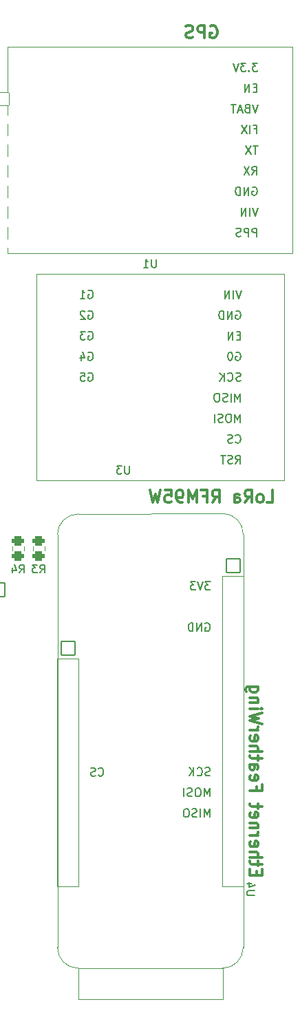
<source format=gbo>
G04 #@! TF.GenerationSoftware,KiCad,Pcbnew,(6.0.5)*
G04 #@! TF.CreationDate,2022-09-09T11:42:05-04:00*
G04 #@! TF.ProjectId,Buoy_WithoutGSM,42756f79-5f57-4697-9468-6f757447534d,Leonardo Ward*
G04 #@! TF.SameCoordinates,Original*
G04 #@! TF.FileFunction,Legend,Bot*
G04 #@! TF.FilePolarity,Positive*
%FSLAX46Y46*%
G04 Gerber Fmt 4.6, Leading zero omitted, Abs format (unit mm)*
G04 Created by KiCad (PCBNEW (6.0.5)) date 2022-09-09 11:42:05*
%MOMM*%
%LPD*%
G01*
G04 APERTURE LIST*
G04 Aperture macros list*
%AMRoundRect*
0 Rectangle with rounded corners*
0 $1 Rounding radius*
0 $2 $3 $4 $5 $6 $7 $8 $9 X,Y pos of 4 corners*
0 Add a 4 corners polygon primitive as box body*
4,1,4,$2,$3,$4,$5,$6,$7,$8,$9,$2,$3,0*
0 Add four circle primitives for the rounded corners*
1,1,$1+$1,$2,$3*
1,1,$1+$1,$4,$5*
1,1,$1+$1,$6,$7*
1,1,$1+$1,$8,$9*
0 Add four rect primitives between the rounded corners*
20,1,$1+$1,$2,$3,$4,$5,0*
20,1,$1+$1,$4,$5,$6,$7,0*
20,1,$1+$1,$6,$7,$8,$9,0*
20,1,$1+$1,$8,$9,$2,$3,0*%
G04 Aperture macros list end*
%ADD10C,0.300000*%
%ADD11C,0.150000*%
%ADD12C,0.120000*%
%ADD13C,1.624000*%
%ADD14C,2.640000*%
%ADD15RoundRect,0.050000X-0.780000X-0.780000X0.780000X-0.780000X0.780000X0.780000X-0.780000X0.780000X0*%
%ADD16C,1.660000*%
%ADD17RoundRect,0.050000X0.850000X0.850000X-0.850000X0.850000X-0.850000X-0.850000X0.850000X-0.850000X0*%
%ADD18O,1.800000X1.800000*%
%ADD19C,3.300000*%
%ADD20RoundRect,0.050000X-1.500000X1.500000X-1.500000X-1.500000X1.500000X-1.500000X1.500000X1.500000X0*%
%ADD21C,3.100000*%
%ADD22RoundRect,0.050000X1.100000X-1.100000X1.100000X1.100000X-1.100000X1.100000X-1.100000X-1.100000X0*%
%ADD23O,2.300000X2.300000*%
%ADD24RoundRect,0.050000X-0.850000X-0.850000X0.850000X-0.850000X0.850000X0.850000X-0.850000X0.850000X0*%
%ADD25RoundRect,0.300000X0.450000X-0.262500X0.450000X0.262500X-0.450000X0.262500X-0.450000X-0.262500X0*%
%ADD26C,2.800000*%
G04 APERTURE END LIST*
D10*
X159546427Y-38626999D02*
X159689284Y-38555570D01*
X159903570Y-38555570D01*
X160117856Y-38626999D01*
X160260713Y-38769856D01*
X160332141Y-38912713D01*
X160403570Y-39198427D01*
X160403570Y-39412713D01*
X160332141Y-39698427D01*
X160260713Y-39841284D01*
X160117856Y-39984141D01*
X159903570Y-40055570D01*
X159760713Y-40055570D01*
X159546427Y-39984141D01*
X159474999Y-39912713D01*
X159474999Y-39412713D01*
X159760713Y-39412713D01*
X158832141Y-40055570D02*
X158832141Y-38555570D01*
X158260713Y-38555570D01*
X158117856Y-38626999D01*
X158046427Y-38698427D01*
X157974999Y-38841284D01*
X157974999Y-39055570D01*
X158046427Y-39198427D01*
X158117856Y-39269856D01*
X158260713Y-39341284D01*
X158832141Y-39341284D01*
X157403570Y-39984141D02*
X157189284Y-40055570D01*
X156832141Y-40055570D01*
X156689284Y-39984141D01*
X156617856Y-39912713D01*
X156546427Y-39769856D01*
X156546427Y-39626999D01*
X156617856Y-39484141D01*
X156689284Y-39412713D01*
X156832141Y-39341284D01*
X157117856Y-39269856D01*
X157260713Y-39198427D01*
X157332141Y-39126999D01*
X157403570Y-38984141D01*
X157403570Y-38841284D01*
X157332141Y-38698427D01*
X157260713Y-38626999D01*
X157117856Y-38555570D01*
X156760713Y-38555570D01*
X156546427Y-38626999D01*
X166494999Y-97205570D02*
X167209284Y-97205570D01*
X167209284Y-95705570D01*
X165780713Y-97205570D02*
X165923570Y-97134141D01*
X165994999Y-97062713D01*
X166066427Y-96919856D01*
X166066427Y-96491284D01*
X165994999Y-96348427D01*
X165923570Y-96276999D01*
X165780713Y-96205570D01*
X165566427Y-96205570D01*
X165423570Y-96276999D01*
X165352141Y-96348427D01*
X165280713Y-96491284D01*
X165280713Y-96919856D01*
X165352141Y-97062713D01*
X165423570Y-97134141D01*
X165566427Y-97205570D01*
X165780713Y-97205570D01*
X163780713Y-97205570D02*
X164280713Y-96491284D01*
X164637856Y-97205570D02*
X164637856Y-95705570D01*
X164066427Y-95705570D01*
X163923570Y-95776999D01*
X163852141Y-95848427D01*
X163780713Y-95991284D01*
X163780713Y-96205570D01*
X163852141Y-96348427D01*
X163923570Y-96419856D01*
X164066427Y-96491284D01*
X164637856Y-96491284D01*
X162494999Y-97205570D02*
X162494999Y-96419856D01*
X162566427Y-96276999D01*
X162709284Y-96205570D01*
X162994999Y-96205570D01*
X163137856Y-96276999D01*
X162494999Y-97134141D02*
X162637856Y-97205570D01*
X162994999Y-97205570D01*
X163137856Y-97134141D01*
X163209284Y-96991284D01*
X163209284Y-96848427D01*
X163137856Y-96705570D01*
X162994999Y-96634141D01*
X162637856Y-96634141D01*
X162494999Y-96562713D01*
X159780713Y-97205570D02*
X160280713Y-96491284D01*
X160637856Y-97205570D02*
X160637856Y-95705570D01*
X160066427Y-95705570D01*
X159923570Y-95776999D01*
X159852141Y-95848427D01*
X159780713Y-95991284D01*
X159780713Y-96205570D01*
X159852141Y-96348427D01*
X159923570Y-96419856D01*
X160066427Y-96491284D01*
X160637856Y-96491284D01*
X158637856Y-96419856D02*
X159137856Y-96419856D01*
X159137856Y-97205570D02*
X159137856Y-95705570D01*
X158423570Y-95705570D01*
X157852141Y-97205570D02*
X157852141Y-95705570D01*
X157352141Y-96776999D01*
X156852141Y-95705570D01*
X156852141Y-97205570D01*
X156066427Y-97205570D02*
X155780713Y-97205570D01*
X155637856Y-97134141D01*
X155566427Y-97062713D01*
X155423570Y-96848427D01*
X155352141Y-96562713D01*
X155352141Y-95991284D01*
X155423570Y-95848427D01*
X155494999Y-95776999D01*
X155637856Y-95705570D01*
X155923570Y-95705570D01*
X156066427Y-95776999D01*
X156137856Y-95848427D01*
X156209284Y-95991284D01*
X156209284Y-96348427D01*
X156137856Y-96491284D01*
X156066427Y-96562713D01*
X155923570Y-96634141D01*
X155637856Y-96634141D01*
X155494999Y-96562713D01*
X155423570Y-96491284D01*
X155352141Y-96348427D01*
X153994999Y-95705570D02*
X154709284Y-95705570D01*
X154780713Y-96419856D01*
X154709284Y-96348427D01*
X154566427Y-96276999D01*
X154209284Y-96276999D01*
X154066427Y-96348427D01*
X153994999Y-96419856D01*
X153923570Y-96562713D01*
X153923570Y-96919856D01*
X153994999Y-97062713D01*
X154066427Y-97134141D01*
X154209284Y-97205570D01*
X154566427Y-97205570D01*
X154709284Y-97134141D01*
X154780713Y-97062713D01*
X153423570Y-95705570D02*
X153066427Y-97205570D01*
X152780713Y-96134141D01*
X152494999Y-97205570D01*
X152137856Y-95705570D01*
X165207142Y-143052142D02*
X165207142Y-142552142D01*
X164421428Y-142337857D02*
X164421428Y-143052142D01*
X165921428Y-143052142D01*
X165921428Y-142337857D01*
X165421428Y-141909285D02*
X165421428Y-141337857D01*
X165921428Y-141695000D02*
X164635714Y-141695000D01*
X164492857Y-141623571D01*
X164421428Y-141480714D01*
X164421428Y-141337857D01*
X164421428Y-140837857D02*
X165921428Y-140837857D01*
X164421428Y-140195000D02*
X165207142Y-140195000D01*
X165350000Y-140266428D01*
X165421428Y-140409285D01*
X165421428Y-140623571D01*
X165350000Y-140766428D01*
X165278571Y-140837857D01*
X164492857Y-138909285D02*
X164421428Y-139052142D01*
X164421428Y-139337857D01*
X164492857Y-139480714D01*
X164635714Y-139552142D01*
X165207142Y-139552142D01*
X165350000Y-139480714D01*
X165421428Y-139337857D01*
X165421428Y-139052142D01*
X165350000Y-138909285D01*
X165207142Y-138837857D01*
X165064285Y-138837857D01*
X164921428Y-139552142D01*
X164421428Y-138195000D02*
X165421428Y-138195000D01*
X165135714Y-138195000D02*
X165278571Y-138123571D01*
X165350000Y-138052142D01*
X165421428Y-137909285D01*
X165421428Y-137766428D01*
X165421428Y-137266428D02*
X164421428Y-137266428D01*
X165278571Y-137266428D02*
X165350000Y-137195000D01*
X165421428Y-137052142D01*
X165421428Y-136837857D01*
X165350000Y-136695000D01*
X165207142Y-136623571D01*
X164421428Y-136623571D01*
X164492857Y-135337857D02*
X164421428Y-135480714D01*
X164421428Y-135766428D01*
X164492857Y-135909285D01*
X164635714Y-135980714D01*
X165207142Y-135980714D01*
X165350000Y-135909285D01*
X165421428Y-135766428D01*
X165421428Y-135480714D01*
X165350000Y-135337857D01*
X165207142Y-135266428D01*
X165064285Y-135266428D01*
X164921428Y-135980714D01*
X165421428Y-134837857D02*
X165421428Y-134266428D01*
X165921428Y-134623571D02*
X164635714Y-134623571D01*
X164492857Y-134552142D01*
X164421428Y-134409285D01*
X164421428Y-134266428D01*
X165207142Y-132123571D02*
X165207142Y-132623571D01*
X164421428Y-132623571D02*
X165921428Y-132623571D01*
X165921428Y-131909285D01*
X164492857Y-130766428D02*
X164421428Y-130909285D01*
X164421428Y-131195000D01*
X164492857Y-131337857D01*
X164635714Y-131409285D01*
X165207142Y-131409285D01*
X165350000Y-131337857D01*
X165421428Y-131195000D01*
X165421428Y-130909285D01*
X165350000Y-130766428D01*
X165207142Y-130695000D01*
X165064285Y-130695000D01*
X164921428Y-131409285D01*
X164421428Y-129409285D02*
X165207142Y-129409285D01*
X165350000Y-129480714D01*
X165421428Y-129623571D01*
X165421428Y-129909285D01*
X165350000Y-130052142D01*
X164492857Y-129409285D02*
X164421428Y-129552142D01*
X164421428Y-129909285D01*
X164492857Y-130052142D01*
X164635714Y-130123571D01*
X164778571Y-130123571D01*
X164921428Y-130052142D01*
X164992857Y-129909285D01*
X164992857Y-129552142D01*
X165064285Y-129409285D01*
X165421428Y-128909285D02*
X165421428Y-128337857D01*
X165921428Y-128695000D02*
X164635714Y-128695000D01*
X164492857Y-128623571D01*
X164421428Y-128480714D01*
X164421428Y-128337857D01*
X164421428Y-127837857D02*
X165921428Y-127837857D01*
X164421428Y-127195000D02*
X165207142Y-127195000D01*
X165350000Y-127266428D01*
X165421428Y-127409285D01*
X165421428Y-127623571D01*
X165350000Y-127766428D01*
X165278571Y-127837857D01*
X164492857Y-125909285D02*
X164421428Y-126052142D01*
X164421428Y-126337857D01*
X164492857Y-126480714D01*
X164635714Y-126552142D01*
X165207142Y-126552142D01*
X165350000Y-126480714D01*
X165421428Y-126337857D01*
X165421428Y-126052142D01*
X165350000Y-125909285D01*
X165207142Y-125837857D01*
X165064285Y-125837857D01*
X164921428Y-126552142D01*
X164421428Y-125195000D02*
X165421428Y-125195000D01*
X165135714Y-125195000D02*
X165278571Y-125123571D01*
X165350000Y-125052142D01*
X165421428Y-124909285D01*
X165421428Y-124766428D01*
X165921428Y-124409285D02*
X164421428Y-124052142D01*
X165492857Y-123766428D01*
X164421428Y-123480714D01*
X165921428Y-123123571D01*
X164421428Y-122552142D02*
X165421428Y-122552142D01*
X165921428Y-122552142D02*
X165850000Y-122623571D01*
X165778571Y-122552142D01*
X165850000Y-122480714D01*
X165921428Y-122552142D01*
X165778571Y-122552142D01*
X165421428Y-121837857D02*
X164421428Y-121837857D01*
X165278571Y-121837857D02*
X165350000Y-121766428D01*
X165421428Y-121623571D01*
X165421428Y-121409285D01*
X165350000Y-121266428D01*
X165207142Y-121195000D01*
X164421428Y-121195000D01*
X165421428Y-119837857D02*
X164207142Y-119837857D01*
X164064285Y-119909285D01*
X163992857Y-119980714D01*
X163921428Y-120123571D01*
X163921428Y-120337857D01*
X163992857Y-120480714D01*
X164492857Y-119837857D02*
X164421428Y-119980714D01*
X164421428Y-120266428D01*
X164492857Y-120409285D01*
X164564285Y-120480714D01*
X164707142Y-120552142D01*
X165135714Y-120552142D01*
X165278571Y-120480714D01*
X165350000Y-120409285D01*
X165421428Y-120266428D01*
X165421428Y-119980714D01*
X165350000Y-119837857D01*
D11*
X152886903Y-67277379D02*
X152886903Y-68086903D01*
X152839284Y-68182141D01*
X152791665Y-68229760D01*
X152696427Y-68277379D01*
X152505951Y-68277379D01*
X152410713Y-68229760D01*
X152363094Y-68182141D01*
X152315475Y-68086903D01*
X152315475Y-67277379D01*
X151315475Y-68277379D02*
X151886903Y-68277379D01*
X151601189Y-68277379D02*
X151601189Y-67277379D01*
X151696427Y-67420237D01*
X151791665Y-67515475D01*
X151886903Y-67563094D01*
X165251403Y-64467379D02*
X165251403Y-63467379D01*
X164870451Y-63467379D01*
X164775213Y-63514999D01*
X164727594Y-63562618D01*
X164679975Y-63657856D01*
X164679975Y-63800713D01*
X164727594Y-63895951D01*
X164775213Y-63943570D01*
X164870451Y-63991189D01*
X165251403Y-63991189D01*
X164251403Y-64467379D02*
X164251403Y-63467379D01*
X163870451Y-63467379D01*
X163775213Y-63514999D01*
X163727594Y-63562618D01*
X163679975Y-63657856D01*
X163679975Y-63800713D01*
X163727594Y-63895951D01*
X163775213Y-63943570D01*
X163870451Y-63991189D01*
X164251403Y-63991189D01*
X163299022Y-64419760D02*
X163156165Y-64467379D01*
X162918070Y-64467379D01*
X162822832Y-64419760D01*
X162775213Y-64372141D01*
X162727594Y-64276903D01*
X162727594Y-64181665D01*
X162775213Y-64086427D01*
X162822832Y-64038808D01*
X162918070Y-63991189D01*
X163108546Y-63943570D01*
X163203784Y-63895951D01*
X163251403Y-63848332D01*
X163299022Y-63753094D01*
X163299022Y-63657856D01*
X163251403Y-63562618D01*
X163203784Y-63514999D01*
X163108546Y-63467379D01*
X162870451Y-63467379D01*
X162727594Y-63514999D01*
X165394260Y-60927379D02*
X165060927Y-61927379D01*
X164727594Y-60927379D01*
X164394260Y-61927379D02*
X164394260Y-60927379D01*
X163918070Y-61927379D02*
X163918070Y-60927379D01*
X163346641Y-61927379D01*
X163346641Y-60927379D01*
X165394260Y-53307379D02*
X164822832Y-53307379D01*
X165108546Y-54307379D02*
X165108546Y-53307379D01*
X164584737Y-53307379D02*
X163918070Y-54307379D01*
X163918070Y-53307379D02*
X164584737Y-54307379D01*
X165251403Y-46163570D02*
X164918070Y-46163570D01*
X164775213Y-46687379D02*
X165251403Y-46687379D01*
X165251403Y-45687379D01*
X164775213Y-45687379D01*
X164346641Y-46687379D02*
X164346641Y-45687379D01*
X163775213Y-46687379D01*
X163775213Y-45687379D01*
X164679975Y-56847379D02*
X165013308Y-56371189D01*
X165251403Y-56847379D02*
X165251403Y-55847379D01*
X164870451Y-55847379D01*
X164775213Y-55894999D01*
X164727594Y-55942618D01*
X164679975Y-56037856D01*
X164679975Y-56180713D01*
X164727594Y-56275951D01*
X164775213Y-56323570D01*
X164870451Y-56371189D01*
X165251403Y-56371189D01*
X164346641Y-55847379D02*
X163679975Y-56847379D01*
X163679975Y-55847379D02*
X164346641Y-56847379D01*
X164918070Y-51243570D02*
X165251403Y-51243570D01*
X165251403Y-51767379D02*
X165251403Y-50767379D01*
X164775213Y-50767379D01*
X164394260Y-51767379D02*
X164394260Y-50767379D01*
X164013308Y-50767379D02*
X163346641Y-51767379D01*
X163346641Y-50767379D02*
X164013308Y-51767379D01*
X165394260Y-48227379D02*
X165060927Y-49227379D01*
X164727594Y-48227379D01*
X164060927Y-48703570D02*
X163918070Y-48751189D01*
X163870451Y-48798808D01*
X163822832Y-48894046D01*
X163822832Y-49036903D01*
X163870451Y-49132141D01*
X163918070Y-49179760D01*
X164013308Y-49227379D01*
X164394260Y-49227379D01*
X164394260Y-48227379D01*
X164060927Y-48227379D01*
X163965689Y-48274999D01*
X163918070Y-48322618D01*
X163870451Y-48417856D01*
X163870451Y-48513094D01*
X163918070Y-48608332D01*
X163965689Y-48655951D01*
X164060927Y-48703570D01*
X164394260Y-48703570D01*
X163441879Y-48941665D02*
X162965689Y-48941665D01*
X163537118Y-49227379D02*
X163203784Y-48227379D01*
X162870451Y-49227379D01*
X162679975Y-48227379D02*
X162108546Y-48227379D01*
X162394260Y-49227379D02*
X162394260Y-48227379D01*
X165346641Y-43147379D02*
X164727594Y-43147379D01*
X165060927Y-43528332D01*
X164918070Y-43528332D01*
X164822832Y-43575951D01*
X164775213Y-43623570D01*
X164727594Y-43718808D01*
X164727594Y-43956903D01*
X164775213Y-44052141D01*
X164822832Y-44099760D01*
X164918070Y-44147379D01*
X165203784Y-44147379D01*
X165299022Y-44099760D01*
X165346641Y-44052141D01*
X164299022Y-44052141D02*
X164251403Y-44099760D01*
X164299022Y-44147379D01*
X164346641Y-44099760D01*
X164299022Y-44052141D01*
X164299022Y-44147379D01*
X163918070Y-43147379D02*
X163299022Y-43147379D01*
X163632356Y-43528332D01*
X163489499Y-43528332D01*
X163394260Y-43575951D01*
X163346641Y-43623570D01*
X163299022Y-43718808D01*
X163299022Y-43956903D01*
X163346641Y-44052141D01*
X163394260Y-44099760D01*
X163489499Y-44147379D01*
X163775213Y-44147379D01*
X163870451Y-44099760D01*
X163918070Y-44052141D01*
X163013308Y-43147379D02*
X162679975Y-44147379D01*
X162346641Y-43147379D01*
X164727594Y-58434999D02*
X164822832Y-58387379D01*
X164965689Y-58387379D01*
X165108546Y-58434999D01*
X165203784Y-58530237D01*
X165251403Y-58625475D01*
X165299022Y-58815951D01*
X165299022Y-58958808D01*
X165251403Y-59149284D01*
X165203784Y-59244522D01*
X165108546Y-59339760D01*
X164965689Y-59387379D01*
X164870451Y-59387379D01*
X164727594Y-59339760D01*
X164679975Y-59292141D01*
X164679975Y-58958808D01*
X164870451Y-58958808D01*
X164251403Y-59387379D02*
X164251403Y-58387379D01*
X163679975Y-59387379D01*
X163679975Y-58387379D01*
X163203784Y-59387379D02*
X163203784Y-58387379D01*
X162965689Y-58387379D01*
X162822832Y-58434999D01*
X162727594Y-58530237D01*
X162679975Y-58625475D01*
X162632356Y-58815951D01*
X162632356Y-58958808D01*
X162679975Y-59149284D01*
X162727594Y-59244522D01*
X162822832Y-59339760D01*
X162965689Y-59387379D01*
X163203784Y-59387379D01*
X149584903Y-92677379D02*
X149584903Y-93486903D01*
X149537284Y-93582141D01*
X149489665Y-93629760D01*
X149394427Y-93677379D01*
X149203951Y-93677379D01*
X149108713Y-93629760D01*
X149061094Y-93582141D01*
X149013475Y-93486903D01*
X149013475Y-92677379D01*
X148632522Y-92677379D02*
X148013475Y-92677379D01*
X148346808Y-93058332D01*
X148203951Y-93058332D01*
X148108713Y-93105951D01*
X148061094Y-93153570D01*
X148013475Y-93248808D01*
X148013475Y-93486903D01*
X148061094Y-93582141D01*
X148108713Y-93629760D01*
X148203951Y-93677379D01*
X148489665Y-93677379D01*
X148584903Y-93629760D01*
X148632522Y-93582141D01*
X163267022Y-82199760D02*
X163124165Y-82247379D01*
X162886070Y-82247379D01*
X162790832Y-82199760D01*
X162743213Y-82152141D01*
X162695594Y-82056903D01*
X162695594Y-81961665D01*
X162743213Y-81866427D01*
X162790832Y-81818808D01*
X162886070Y-81771189D01*
X163076546Y-81723570D01*
X163171784Y-81675951D01*
X163219403Y-81628332D01*
X163267022Y-81533094D01*
X163267022Y-81437856D01*
X163219403Y-81342618D01*
X163171784Y-81294999D01*
X163076546Y-81247379D01*
X162838451Y-81247379D01*
X162695594Y-81294999D01*
X161695594Y-82152141D02*
X161743213Y-82199760D01*
X161886070Y-82247379D01*
X161981308Y-82247379D01*
X162124165Y-82199760D01*
X162219403Y-82104522D01*
X162267022Y-82009284D01*
X162314641Y-81818808D01*
X162314641Y-81675951D01*
X162267022Y-81485475D01*
X162219403Y-81390237D01*
X162124165Y-81294999D01*
X161981308Y-81247379D01*
X161886070Y-81247379D01*
X161743213Y-81294999D01*
X161695594Y-81342618D01*
X161267022Y-82247379D02*
X161267022Y-81247379D01*
X160695594Y-82247379D02*
X161124165Y-81675951D01*
X160695594Y-81247379D02*
X161267022Y-81818808D01*
X162647975Y-89772141D02*
X162695594Y-89819760D01*
X162838451Y-89867379D01*
X162933689Y-89867379D01*
X163076546Y-89819760D01*
X163171784Y-89724522D01*
X163219403Y-89629284D01*
X163267022Y-89438808D01*
X163267022Y-89295951D01*
X163219403Y-89105475D01*
X163171784Y-89010237D01*
X163076546Y-88914999D01*
X162933689Y-88867379D01*
X162838451Y-88867379D01*
X162695594Y-88914999D01*
X162647975Y-88962618D01*
X162267022Y-89819760D02*
X162124165Y-89867379D01*
X161886070Y-89867379D01*
X161790832Y-89819760D01*
X161743213Y-89772141D01*
X161695594Y-89676903D01*
X161695594Y-89581665D01*
X161743213Y-89486427D01*
X161790832Y-89438808D01*
X161886070Y-89391189D01*
X162076546Y-89343570D01*
X162171784Y-89295951D01*
X162219403Y-89248332D01*
X162267022Y-89153094D01*
X162267022Y-89057856D01*
X162219403Y-88962618D01*
X162171784Y-88914999D01*
X162076546Y-88867379D01*
X161838451Y-88867379D01*
X161695594Y-88914999D01*
X162695594Y-73674999D02*
X162790832Y-73627379D01*
X162933689Y-73627379D01*
X163076546Y-73674999D01*
X163171784Y-73770237D01*
X163219403Y-73865475D01*
X163267022Y-74055951D01*
X163267022Y-74198808D01*
X163219403Y-74389284D01*
X163171784Y-74484522D01*
X163076546Y-74579760D01*
X162933689Y-74627379D01*
X162838451Y-74627379D01*
X162695594Y-74579760D01*
X162647975Y-74532141D01*
X162647975Y-74198808D01*
X162838451Y-74198808D01*
X162219403Y-74627379D02*
X162219403Y-73627379D01*
X161647975Y-74627379D01*
X161647975Y-73627379D01*
X161171784Y-74627379D02*
X161171784Y-73627379D01*
X160933689Y-73627379D01*
X160790832Y-73674999D01*
X160695594Y-73770237D01*
X160647975Y-73865475D01*
X160600356Y-74055951D01*
X160600356Y-74198808D01*
X160647975Y-74389284D01*
X160695594Y-74484522D01*
X160790832Y-74579760D01*
X160933689Y-74627379D01*
X161171784Y-74627379D01*
X144522975Y-76214999D02*
X144618213Y-76167379D01*
X144761070Y-76167379D01*
X144903927Y-76214999D01*
X144999165Y-76310237D01*
X145046784Y-76405475D01*
X145094403Y-76595951D01*
X145094403Y-76738808D01*
X145046784Y-76929284D01*
X144999165Y-77024522D01*
X144903927Y-77119760D01*
X144761070Y-77167379D01*
X144665832Y-77167379D01*
X144522975Y-77119760D01*
X144475356Y-77072141D01*
X144475356Y-76738808D01*
X144665832Y-76738808D01*
X144142022Y-76167379D02*
X143522975Y-76167379D01*
X143856308Y-76548332D01*
X143713451Y-76548332D01*
X143618213Y-76595951D01*
X143570594Y-76643570D01*
X143522975Y-76738808D01*
X143522975Y-76976903D01*
X143570594Y-77072141D01*
X143618213Y-77119760D01*
X143713451Y-77167379D01*
X143999165Y-77167379D01*
X144094403Y-77119760D01*
X144142022Y-77072141D01*
X144522975Y-81294999D02*
X144618213Y-81247379D01*
X144761070Y-81247379D01*
X144903927Y-81294999D01*
X144999165Y-81390237D01*
X145046784Y-81485475D01*
X145094403Y-81675951D01*
X145094403Y-81818808D01*
X145046784Y-82009284D01*
X144999165Y-82104522D01*
X144903927Y-82199760D01*
X144761070Y-82247379D01*
X144665832Y-82247379D01*
X144522975Y-82199760D01*
X144475356Y-82152141D01*
X144475356Y-81818808D01*
X144665832Y-81818808D01*
X143570594Y-81247379D02*
X144046784Y-81247379D01*
X144094403Y-81723570D01*
X144046784Y-81675951D01*
X143951546Y-81628332D01*
X143713451Y-81628332D01*
X143618213Y-81675951D01*
X143570594Y-81723570D01*
X143522975Y-81818808D01*
X143522975Y-82056903D01*
X143570594Y-82152141D01*
X143618213Y-82199760D01*
X143713451Y-82247379D01*
X143951546Y-82247379D01*
X144046784Y-82199760D01*
X144094403Y-82152141D01*
X144522975Y-78754999D02*
X144618213Y-78707379D01*
X144761070Y-78707379D01*
X144903927Y-78754999D01*
X144999165Y-78850237D01*
X145046784Y-78945475D01*
X145094403Y-79135951D01*
X145094403Y-79278808D01*
X145046784Y-79469284D01*
X144999165Y-79564522D01*
X144903927Y-79659760D01*
X144761070Y-79707379D01*
X144665832Y-79707379D01*
X144522975Y-79659760D01*
X144475356Y-79612141D01*
X144475356Y-79278808D01*
X144665832Y-79278808D01*
X143618213Y-79040713D02*
X143618213Y-79707379D01*
X143856308Y-78659760D02*
X144094403Y-79374046D01*
X143475356Y-79374046D01*
X163362260Y-71087379D02*
X163028927Y-72087379D01*
X162695594Y-71087379D01*
X162362260Y-72087379D02*
X162362260Y-71087379D01*
X161886070Y-72087379D02*
X161886070Y-71087379D01*
X161314641Y-72087379D01*
X161314641Y-71087379D01*
X163219403Y-76643570D02*
X162886070Y-76643570D01*
X162743213Y-77167379D02*
X163219403Y-77167379D01*
X163219403Y-76167379D01*
X162743213Y-76167379D01*
X162314641Y-77167379D02*
X162314641Y-76167379D01*
X161743213Y-77167379D01*
X161743213Y-76167379D01*
X163219403Y-87327379D02*
X163219403Y-86327379D01*
X162886070Y-87041665D01*
X162552737Y-86327379D01*
X162552737Y-87327379D01*
X161886070Y-86327379D02*
X161695594Y-86327379D01*
X161600356Y-86374999D01*
X161505118Y-86470237D01*
X161457499Y-86660713D01*
X161457499Y-86994046D01*
X161505118Y-87184522D01*
X161600356Y-87279760D01*
X161695594Y-87327379D01*
X161886070Y-87327379D01*
X161981308Y-87279760D01*
X162076546Y-87184522D01*
X162124165Y-86994046D01*
X162124165Y-86660713D01*
X162076546Y-86470237D01*
X161981308Y-86374999D01*
X161886070Y-86327379D01*
X161076546Y-87279760D02*
X160933689Y-87327379D01*
X160695594Y-87327379D01*
X160600356Y-87279760D01*
X160552737Y-87232141D01*
X160505118Y-87136903D01*
X160505118Y-87041665D01*
X160552737Y-86946427D01*
X160600356Y-86898808D01*
X160695594Y-86851189D01*
X160886070Y-86803570D01*
X160981308Y-86755951D01*
X161028927Y-86708332D01*
X161076546Y-86613094D01*
X161076546Y-86517856D01*
X161028927Y-86422618D01*
X160981308Y-86374999D01*
X160886070Y-86327379D01*
X160647975Y-86327379D01*
X160505118Y-86374999D01*
X160076546Y-87327379D02*
X160076546Y-86327379D01*
X144522975Y-71134999D02*
X144618213Y-71087379D01*
X144761070Y-71087379D01*
X144903927Y-71134999D01*
X144999165Y-71230237D01*
X145046784Y-71325475D01*
X145094403Y-71515951D01*
X145094403Y-71658808D01*
X145046784Y-71849284D01*
X144999165Y-71944522D01*
X144903927Y-72039760D01*
X144761070Y-72087379D01*
X144665832Y-72087379D01*
X144522975Y-72039760D01*
X144475356Y-71992141D01*
X144475356Y-71658808D01*
X144665832Y-71658808D01*
X143522975Y-72087379D02*
X144094403Y-72087379D01*
X143808689Y-72087379D02*
X143808689Y-71087379D01*
X143903927Y-71230237D01*
X143999165Y-71325475D01*
X144094403Y-71373094D01*
X163219403Y-84787379D02*
X163219403Y-83787379D01*
X162886070Y-84501665D01*
X162552737Y-83787379D01*
X162552737Y-84787379D01*
X162076546Y-84787379D02*
X162076546Y-83787379D01*
X161647975Y-84739760D02*
X161505118Y-84787379D01*
X161267022Y-84787379D01*
X161171784Y-84739760D01*
X161124165Y-84692141D01*
X161076546Y-84596903D01*
X161076546Y-84501665D01*
X161124165Y-84406427D01*
X161171784Y-84358808D01*
X161267022Y-84311189D01*
X161457499Y-84263570D01*
X161552737Y-84215951D01*
X161600356Y-84168332D01*
X161647975Y-84073094D01*
X161647975Y-83977856D01*
X161600356Y-83882618D01*
X161552737Y-83834999D01*
X161457499Y-83787379D01*
X161219403Y-83787379D01*
X161076546Y-83834999D01*
X160457499Y-83787379D02*
X160267022Y-83787379D01*
X160171784Y-83834999D01*
X160076546Y-83930237D01*
X160028927Y-84120713D01*
X160028927Y-84454046D01*
X160076546Y-84644522D01*
X160171784Y-84739760D01*
X160267022Y-84787379D01*
X160457499Y-84787379D01*
X160552737Y-84739760D01*
X160647975Y-84644522D01*
X160695594Y-84454046D01*
X160695594Y-84120713D01*
X160647975Y-83930237D01*
X160552737Y-83834999D01*
X160457499Y-83787379D01*
X144522975Y-73674999D02*
X144618213Y-73627379D01*
X144761070Y-73627379D01*
X144903927Y-73674999D01*
X144999165Y-73770237D01*
X145046784Y-73865475D01*
X145094403Y-74055951D01*
X145094403Y-74198808D01*
X145046784Y-74389284D01*
X144999165Y-74484522D01*
X144903927Y-74579760D01*
X144761070Y-74627379D01*
X144665832Y-74627379D01*
X144522975Y-74579760D01*
X144475356Y-74532141D01*
X144475356Y-74198808D01*
X144665832Y-74198808D01*
X144094403Y-73722618D02*
X144046784Y-73674999D01*
X143951546Y-73627379D01*
X143713451Y-73627379D01*
X143618213Y-73674999D01*
X143570594Y-73722618D01*
X143522975Y-73817856D01*
X143522975Y-73913094D01*
X143570594Y-74055951D01*
X144142022Y-74627379D01*
X143522975Y-74627379D01*
X162647975Y-92407379D02*
X162981308Y-91931189D01*
X163219403Y-92407379D02*
X163219403Y-91407379D01*
X162838451Y-91407379D01*
X162743213Y-91454999D01*
X162695594Y-91502618D01*
X162647975Y-91597856D01*
X162647975Y-91740713D01*
X162695594Y-91835951D01*
X162743213Y-91883570D01*
X162838451Y-91931189D01*
X163219403Y-91931189D01*
X162267022Y-92359760D02*
X162124165Y-92407379D01*
X161886070Y-92407379D01*
X161790832Y-92359760D01*
X161743213Y-92312141D01*
X161695594Y-92216903D01*
X161695594Y-92121665D01*
X161743213Y-92026427D01*
X161790832Y-91978808D01*
X161886070Y-91931189D01*
X162076546Y-91883570D01*
X162171784Y-91835951D01*
X162219403Y-91788332D01*
X162267022Y-91693094D01*
X162267022Y-91597856D01*
X162219403Y-91502618D01*
X162171784Y-91454999D01*
X162076546Y-91407379D01*
X161838451Y-91407379D01*
X161695594Y-91454999D01*
X161409879Y-91407379D02*
X160838451Y-91407379D01*
X161124165Y-92407379D02*
X161124165Y-91407379D01*
X162695594Y-78754999D02*
X162790832Y-78707379D01*
X162933689Y-78707379D01*
X163076546Y-78754999D01*
X163171784Y-78850237D01*
X163219403Y-78945475D01*
X163267022Y-79135951D01*
X163267022Y-79278808D01*
X163219403Y-79469284D01*
X163171784Y-79564522D01*
X163076546Y-79659760D01*
X162933689Y-79707379D01*
X162838451Y-79707379D01*
X162695594Y-79659760D01*
X162647975Y-79612141D01*
X162647975Y-79278808D01*
X162838451Y-79278808D01*
X162028927Y-78707379D02*
X161933689Y-78707379D01*
X161838451Y-78754999D01*
X161790832Y-78802618D01*
X161743213Y-78897856D01*
X161695594Y-79088332D01*
X161695594Y-79326427D01*
X161743213Y-79516903D01*
X161790832Y-79612141D01*
X161838451Y-79659760D01*
X161933689Y-79707379D01*
X162028927Y-79707379D01*
X162124165Y-79659760D01*
X162171784Y-79612141D01*
X162219403Y-79516903D01*
X162267022Y-79326427D01*
X162267022Y-79088332D01*
X162219403Y-78897856D01*
X162171784Y-78802618D01*
X162124165Y-78754999D01*
X162028927Y-78707379D01*
X136056666Y-105862380D02*
X136390000Y-105386190D01*
X136628095Y-105862380D02*
X136628095Y-104862380D01*
X136247142Y-104862380D01*
X136151904Y-104910000D01*
X136104285Y-104957619D01*
X136056666Y-105052857D01*
X136056666Y-105195714D01*
X136104285Y-105290952D01*
X136151904Y-105338571D01*
X136247142Y-105386190D01*
X136628095Y-105386190D01*
X135199523Y-105195714D02*
X135199523Y-105862380D01*
X135437619Y-104814761D02*
X135675714Y-105529047D01*
X135056666Y-105529047D01*
X138596666Y-105862380D02*
X138930000Y-105386190D01*
X139168095Y-105862380D02*
X139168095Y-104862380D01*
X138787142Y-104862380D01*
X138691904Y-104910000D01*
X138644285Y-104957619D01*
X138596666Y-105052857D01*
X138596666Y-105195714D01*
X138644285Y-105290952D01*
X138691904Y-105338571D01*
X138787142Y-105386190D01*
X139168095Y-105386190D01*
X138263333Y-104862380D02*
X137644285Y-104862380D01*
X137977619Y-105243333D01*
X137834761Y-105243333D01*
X137739523Y-105290952D01*
X137691904Y-105338571D01*
X137644285Y-105433809D01*
X137644285Y-105671904D01*
X137691904Y-105767142D01*
X137739523Y-105814761D01*
X137834761Y-105862380D01*
X138120476Y-105862380D01*
X138215714Y-105814761D01*
X138263333Y-105767142D01*
X165012619Y-145541904D02*
X164203095Y-145541904D01*
X164107857Y-145494285D01*
X164060238Y-145446666D01*
X164012619Y-145351428D01*
X164012619Y-145160952D01*
X164060238Y-145065714D01*
X164107857Y-145018095D01*
X164203095Y-144970476D01*
X165012619Y-144970476D01*
X164679285Y-144065714D02*
X164012619Y-144065714D01*
X165060238Y-144303809D02*
X164345952Y-144541904D01*
X164345952Y-143922857D01*
X159444404Y-135898800D02*
X159444404Y-134898800D01*
X159111071Y-135613086D01*
X158777738Y-134898800D01*
X158777738Y-135898800D01*
X158301547Y-135898800D02*
X158301547Y-134898800D01*
X157872976Y-135851181D02*
X157730119Y-135898800D01*
X157492023Y-135898800D01*
X157396785Y-135851181D01*
X157349166Y-135803562D01*
X157301547Y-135708324D01*
X157301547Y-135613086D01*
X157349166Y-135517848D01*
X157396785Y-135470229D01*
X157492023Y-135422610D01*
X157682500Y-135374991D01*
X157777738Y-135327372D01*
X157825357Y-135279753D01*
X157872976Y-135184515D01*
X157872976Y-135089277D01*
X157825357Y-134994039D01*
X157777738Y-134946420D01*
X157682500Y-134898800D01*
X157444404Y-134898800D01*
X157301547Y-134946420D01*
X156682500Y-134898800D02*
X156492023Y-134898800D01*
X156396785Y-134946420D01*
X156301547Y-135041658D01*
X156253928Y-135232134D01*
X156253928Y-135565467D01*
X156301547Y-135755943D01*
X156396785Y-135851181D01*
X156492023Y-135898800D01*
X156682500Y-135898800D01*
X156777738Y-135851181D01*
X156872976Y-135755943D01*
X156920595Y-135565467D01*
X156920595Y-135232134D01*
X156872976Y-135041658D01*
X156777738Y-134946420D01*
X156682500Y-134898800D01*
X159444404Y-133358800D02*
X159444404Y-132358800D01*
X159111071Y-133073086D01*
X158777738Y-132358800D01*
X158777738Y-133358800D01*
X158111071Y-132358800D02*
X157920595Y-132358800D01*
X157825357Y-132406420D01*
X157730119Y-132501658D01*
X157682500Y-132692134D01*
X157682500Y-133025467D01*
X157730119Y-133215943D01*
X157825357Y-133311181D01*
X157920595Y-133358800D01*
X158111071Y-133358800D01*
X158206309Y-133311181D01*
X158301547Y-133215943D01*
X158349166Y-133025467D01*
X158349166Y-132692134D01*
X158301547Y-132501658D01*
X158206309Y-132406420D01*
X158111071Y-132358800D01*
X157301547Y-133311181D02*
X157158690Y-133358800D01*
X156920595Y-133358800D01*
X156825357Y-133311181D01*
X156777738Y-133263562D01*
X156730119Y-133168324D01*
X156730119Y-133073086D01*
X156777738Y-132977848D01*
X156825357Y-132930229D01*
X156920595Y-132882610D01*
X157111071Y-132834991D01*
X157206309Y-132787372D01*
X157253928Y-132739753D01*
X157301547Y-132644515D01*
X157301547Y-132549277D01*
X157253928Y-132454039D01*
X157206309Y-132406420D01*
X157111071Y-132358800D01*
X156872976Y-132358800D01*
X156730119Y-132406420D01*
X156301547Y-133358800D02*
X156301547Y-132358800D01*
X159492023Y-130771181D02*
X159349166Y-130818800D01*
X159111071Y-130818800D01*
X159015833Y-130771181D01*
X158968214Y-130723562D01*
X158920595Y-130628324D01*
X158920595Y-130533086D01*
X158968214Y-130437848D01*
X159015833Y-130390229D01*
X159111071Y-130342610D01*
X159301547Y-130294991D01*
X159396785Y-130247372D01*
X159444404Y-130199753D01*
X159492023Y-130104515D01*
X159492023Y-130009277D01*
X159444404Y-129914039D01*
X159396785Y-129866420D01*
X159301547Y-129818800D01*
X159063452Y-129818800D01*
X158920595Y-129866420D01*
X157920595Y-130723562D02*
X157968214Y-130771181D01*
X158111071Y-130818800D01*
X158206309Y-130818800D01*
X158349166Y-130771181D01*
X158444404Y-130675943D01*
X158492023Y-130580705D01*
X158539642Y-130390229D01*
X158539642Y-130247372D01*
X158492023Y-130056896D01*
X158444404Y-129961658D01*
X158349166Y-129866420D01*
X158206309Y-129818800D01*
X158111071Y-129818800D01*
X157968214Y-129866420D01*
X157920595Y-129914039D01*
X157492023Y-130818800D02*
X157492023Y-129818800D01*
X156920595Y-130818800D02*
X157349166Y-130247372D01*
X156920595Y-129818800D02*
X157492023Y-130390229D01*
X145780357Y-130753562D02*
X145827976Y-130801181D01*
X145970833Y-130848800D01*
X146066071Y-130848800D01*
X146208928Y-130801181D01*
X146304166Y-130705943D01*
X146351785Y-130610705D01*
X146399404Y-130420229D01*
X146399404Y-130277372D01*
X146351785Y-130086896D01*
X146304166Y-129991658D01*
X146208928Y-129896420D01*
X146066071Y-129848800D01*
X145970833Y-129848800D01*
X145827976Y-129896420D01*
X145780357Y-129944039D01*
X145399404Y-130801181D02*
X145256547Y-130848800D01*
X145018452Y-130848800D01*
X144923214Y-130801181D01*
X144875595Y-130753562D01*
X144827976Y-130658324D01*
X144827976Y-130563086D01*
X144875595Y-130467848D01*
X144923214Y-130420229D01*
X145018452Y-130372610D01*
X145208928Y-130324991D01*
X145304166Y-130277372D01*
X145351785Y-130229753D01*
X145399404Y-130134515D01*
X145399404Y-130039277D01*
X145351785Y-129944039D01*
X145304166Y-129896420D01*
X145208928Y-129848800D01*
X144970833Y-129848800D01*
X144827976Y-129896420D01*
X159539642Y-106958800D02*
X158920595Y-106958800D01*
X159253928Y-107339753D01*
X159111071Y-107339753D01*
X159015833Y-107387372D01*
X158968214Y-107434991D01*
X158920595Y-107530229D01*
X158920595Y-107768324D01*
X158968214Y-107863562D01*
X159015833Y-107911181D01*
X159111071Y-107958800D01*
X159396785Y-107958800D01*
X159492023Y-107911181D01*
X159539642Y-107863562D01*
X158634880Y-106958800D02*
X158301547Y-107958800D01*
X157968214Y-106958800D01*
X157730119Y-106958800D02*
X157111071Y-106958800D01*
X157444404Y-107339753D01*
X157301547Y-107339753D01*
X157206309Y-107387372D01*
X157158690Y-107434991D01*
X157111071Y-107530229D01*
X157111071Y-107768324D01*
X157158690Y-107863562D01*
X157206309Y-107911181D01*
X157301547Y-107958800D01*
X157587261Y-107958800D01*
X157682500Y-107911181D01*
X157730119Y-107863562D01*
X158920595Y-112086420D02*
X159015833Y-112038800D01*
X159158690Y-112038800D01*
X159301547Y-112086420D01*
X159396785Y-112181658D01*
X159444404Y-112276896D01*
X159492023Y-112467372D01*
X159492023Y-112610229D01*
X159444404Y-112800705D01*
X159396785Y-112895943D01*
X159301547Y-112991181D01*
X159158690Y-113038800D01*
X159063452Y-113038800D01*
X158920595Y-112991181D01*
X158872976Y-112943562D01*
X158872976Y-112610229D01*
X159063452Y-112610229D01*
X158444404Y-113038800D02*
X158444404Y-112038800D01*
X157872976Y-113038800D01*
X157872976Y-112038800D01*
X157396785Y-113038800D02*
X157396785Y-112038800D01*
X157158690Y-112038800D01*
X157015833Y-112086420D01*
X156920595Y-112181658D01*
X156872976Y-112276896D01*
X156825357Y-112467372D01*
X156825357Y-112610229D01*
X156872976Y-112800705D01*
X156920595Y-112895943D01*
X157015833Y-112991181D01*
X157158690Y-113038800D01*
X157396785Y-113038800D01*
D12*
X134598999Y-66554999D02*
X169650999Y-66554999D01*
X169650999Y-41154999D02*
X134598999Y-41154999D01*
X169650999Y-66554999D02*
X169650999Y-41154999D01*
X134598999Y-41154999D02*
X134598999Y-66554999D01*
X168634999Y-94494999D02*
X138154999Y-94494999D01*
X168634999Y-69094999D02*
X168634999Y-94494999D01*
X138154999Y-69094999D02*
X168634999Y-69094999D01*
X138154999Y-94494999D02*
X138154999Y-69094999D01*
X136625000Y-103097064D02*
X136625000Y-102642936D01*
X135155000Y-103097064D02*
X135155000Y-102642936D01*
X137695000Y-103097064D02*
X137695000Y-102642936D01*
X139165000Y-103097064D02*
X139165000Y-102642936D01*
X143330000Y-144396420D02*
X140670000Y-144396420D01*
X143330000Y-116396420D02*
X140670000Y-116396420D01*
X143270000Y-154496420D02*
X161050000Y-154496420D01*
X143270000Y-158306420D02*
X161050000Y-158306420D01*
X163650000Y-106236420D02*
X160990000Y-106236420D01*
X143270000Y-154496420D02*
X143270000Y-158306420D01*
X161050000Y-154496420D02*
X161050000Y-158306420D01*
X140670000Y-116396420D02*
X140670000Y-144396420D01*
X163590000Y-101156420D02*
X163590000Y-151956420D01*
X163650000Y-106236420D02*
X163650000Y-144396420D01*
X160990000Y-106236420D02*
X160990000Y-144396420D01*
X143330000Y-116396420D02*
X143330000Y-144396420D01*
X163650000Y-144396420D02*
X160990000Y-144396420D01*
X161050000Y-98555712D02*
X143270000Y-98616420D01*
X140730000Y-101156420D02*
X140730000Y-151956420D01*
X143270000Y-98616420D02*
G75*
G03*
X140730000Y-101156420I1J-2540001D01*
G01*
X163589999Y-101156420D02*
G75*
G03*
X161050000Y-98555712I-2539999J60000D01*
G01*
X161050000Y-154496420D02*
G75*
G03*
X163590000Y-151956420I0J2540000D01*
G01*
X140730000Y-151956420D02*
G75*
G03*
X143270000Y-154496420I2540000J0D01*
G01*
%LPC*%
D13*
X167110999Y-43694999D03*
X167110999Y-46234999D03*
X167110999Y-48774999D03*
X167110999Y-51314999D03*
X167110999Y-53854999D03*
X167110999Y-56394999D03*
X167110999Y-58934999D03*
X167110999Y-61474999D03*
X167110999Y-64014999D03*
D14*
X137646999Y-64014999D03*
X137646999Y-43694999D03*
D15*
X133985000Y-47550000D03*
D16*
X133985000Y-50090000D03*
X133985000Y-52630000D03*
X133985000Y-55170000D03*
X133985000Y-57710000D03*
X133985000Y-60250000D03*
X133985000Y-62790000D03*
X133985000Y-65330000D03*
X133985000Y-67870000D03*
X133985000Y-70410000D03*
X133985000Y-72950000D03*
X133985000Y-75490000D03*
X133985000Y-78030000D03*
X133985000Y-80570000D03*
X133985000Y-83110000D03*
X133985000Y-85650000D03*
X133985000Y-88190000D03*
X133985000Y-90730000D03*
X133985000Y-93270000D03*
X159385000Y-47550000D03*
X159385000Y-50090000D03*
X159385000Y-52630000D03*
X159385000Y-55170000D03*
X159385000Y-57710000D03*
X159385000Y-60250000D03*
X159385000Y-62790000D03*
X159385000Y-65330000D03*
X159385000Y-67870000D03*
X159385000Y-70410000D03*
X159385000Y-72950000D03*
X159385000Y-75490000D03*
X159385000Y-78030000D03*
X159385000Y-80570000D03*
X159385000Y-83110000D03*
X159385000Y-85650000D03*
X159385000Y-88190000D03*
X159385000Y-90730000D03*
X159385000Y-93270000D03*
D17*
X130175000Y-101600000D03*
D18*
X130175000Y-99060000D03*
X130175000Y-96520000D03*
D19*
X131804999Y-153000000D03*
X166856999Y-36582999D03*
D20*
X131445000Y-137160000D03*
D21*
X131445000Y-142240000D03*
D17*
X130175000Y-76835000D03*
D18*
X130175000Y-74295000D03*
X130175000Y-71755000D03*
X130175000Y-69215000D03*
X130175000Y-66675000D03*
D22*
X130175000Y-92710000D03*
D23*
X130175000Y-82550000D03*
D24*
X133375000Y-107980000D03*
D18*
X133375000Y-110520000D03*
X133375000Y-113060000D03*
X133375000Y-115600000D03*
X133375000Y-118140000D03*
D19*
X131804999Y-36582999D03*
D24*
X129565000Y-107980000D03*
D18*
X129565000Y-110520000D03*
X129565000Y-113060000D03*
X129565000Y-115600000D03*
X129565000Y-118140000D03*
D19*
X166856999Y-153000000D03*
D13*
X166094999Y-71634999D03*
X166094999Y-74174999D03*
X166094999Y-76714999D03*
X166094999Y-79254999D03*
X166094999Y-81794999D03*
X166094999Y-84334999D03*
X166094999Y-86874999D03*
X166094999Y-89414999D03*
X166094999Y-91954999D03*
X140694999Y-81794999D03*
X140694999Y-79254999D03*
X140694999Y-76714999D03*
X140694999Y-74174999D03*
X140694999Y-71634999D03*
D25*
X135890000Y-103782500D03*
X135890000Y-101957500D03*
X138430000Y-103782500D03*
X138430000Y-101957500D03*
D18*
X142000000Y-135446420D03*
X162320000Y-140526420D03*
D26*
X143270000Y-101156420D03*
D18*
X142000000Y-117666420D03*
X162320000Y-110046420D03*
X142000000Y-122746420D03*
X162320000Y-137986420D03*
D17*
X162320000Y-104966420D03*
D18*
X142000000Y-132906420D03*
X142000000Y-143066420D03*
X142000000Y-137986420D03*
X162320000Y-143066420D03*
D26*
X161048349Y-101148581D03*
D18*
X162320000Y-122746420D03*
X142000000Y-140526420D03*
D17*
X142000000Y-115126420D03*
D18*
X142000000Y-125286420D03*
X142000000Y-120206420D03*
D26*
X161050000Y-146876420D03*
D18*
X162320000Y-117666420D03*
X162320000Y-115126420D03*
X162320000Y-127826420D03*
X142000000Y-127826420D03*
X162320000Y-120206420D03*
X162320000Y-125286420D03*
D26*
X143270000Y-146876420D03*
D18*
X162320000Y-107506420D03*
X162320000Y-132906420D03*
X162320000Y-135446420D03*
X162320000Y-130366420D03*
X142000000Y-130366420D03*
X162320000Y-112586420D03*
M02*

</source>
